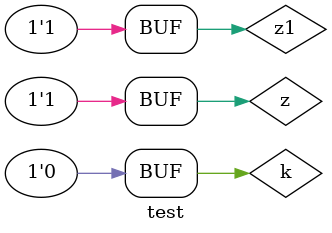
<source format=v>
module ok (output s1, output s2, input a, input b, input k);

wire s1, s2, s3, s4, s5, s6, s7, s8, s9, s10, s11, s12, s13;

	nand nand1(s1, a, b);
	nor nor1(s2, a, b);
	
	and and1(s3, a, b);
	or or1(s4, a, b);
	
	and and2(s5, s1, k);
	and and3(s6, s2, k);
	
	and and4(s7, s3, ~k);
	and and5(s8, s4, ~k);
	
	
	or or2(s1, s5, s7);
	or or3(s2, s6, s8);

endmodule
module test;

// ------------------------- definir dados
reg y;
reg x;
reg w;
wire z;
wire z1;

ok modulo (z, z1, w, x, y);
// ------------------------- parte principal
initial begin
$display("Exemplo0033 - Raphael Quintao - 445171");
$display("Test LU's module");

z = 0; z1 = 0; k = 0;

$monitor("z = %1b -- z1 = %1b k = %1b Resultado = %1b",z,z1,k,s );

#1z = 0; z1 = 1; k = 0;
#1z = 1; z1 = 0; k = 0;
#1z = 1; z1 = 1; k = 0;

end
endmodule // test_f4
</source>
